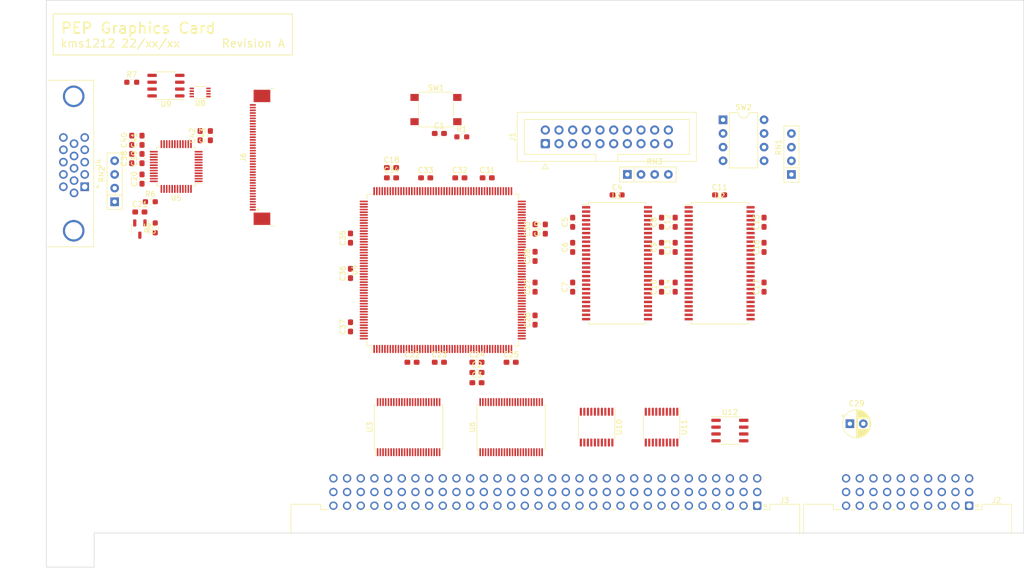
<source format=kicad_pcb>
(kicad_pcb (version 20221018) (generator pcbnew)
  (layers (0 "F.Cu" signal) (1 "In1.Cu" signal) (2 "In2.Cu" signal) (31 "B.Cu" signal) (34 "B.Paste" user) (35 "F.Paste" user) (36 "B.SilkS" user "B.Silkscreen") (37 "F.SilkS" user "F.Silkscreen") (38 "B.Mask" user) (39 "F.Mask" user) (44 "Edge.Cuts" user))
  (net 0 "")
  (net 1 "GND")
  (net 2 "+12V")
  (net 3 "+5VP")
  (net 4 "+5V")
  (net 5 "+3.3V")
  (net 6 "-12V")
  (net 7 "-5V")
  (net 8 "GNDA")
  (net 9 "/HSYNC")
  (net 10 "/VSYNC")
  (net 11 "/~{PSAVE}")
  (net 12 "/~{RST}")
  (net 13 "Net-(U4-VREF+)")
  (net 14 "Net-(C18-Pad1)")
  (net 15 "Net-(U5-COMP)")
  (net 16 "Net-(U5-Vref)")
  (net 17 "/~{TRST}")
  (net 18 "/TDI")
  (net 19 "/TMS")
  (net 20 "/TCK")
  (net 21 "Net-(J1-RTCK)")
  (net 22 "/TDO")
  (net 23 "/~{SRST}")
  (net 24 "Net-(J1-DBGRQ{slash}NC)")
  (net 25 "Net-(J1-DBGACK{slash}NC)")
  (net 27 "/~{IRQ}")
  (net 28 "/AD15")
  (net 29 "/AD14")
  (net 30 "/AD13")
  (net 31 "/AD12")
  (net 32 "/AD11")
  (net 33 "/AD10")
  (net 34 "/AD9")
  (net 35 "/AD8")
  (net 36 "/AD0")
  (net 37 "/AD1")
  (net 38 "/AD2")
  (net 39 "/AD3")
  (net 40 "/AD4")
  (net 41 "/AD5")
  (net 42 "/AD6")
  (net 43 "/AD7")
  (net 44 "/~{CERR}")
  (net 45 "/~{PERR}")
  (net 73 "/AD31")
  (net 74 "/AD30")
  (net 75 "/AD29")
  (net 76 "/AD28")
  (net 77 "/AD27")
  (net 78 "/AD26")
  (net 79 "/AD25")
  (net 80 "/AD24")
  (net 81 "/AD23")
  (net 82 "/AD22")
  (net 83 "/AD21")
  (net 84 "/AD20")
  (net 85 "/AD19")
  (net 86 "/AD18")
  (net 87 "/AD17")
  (net 88 "/AD16")
  (net 92 "/PARITY")
  (net 93 "/RED")
  (net 94 "/GREEN")
  (net 95 "/BLUE")
  (net 99 "/DDC_SDA")
  (net 100 "/DDC_SCL")
  (net 101 "Net-(U5-Rset)")
  (net 102 "Net-(U9-EN)")
  (net 103 "/BOOT0")
  (net 104 "/PDR_ON")
  (net 106 "/SDQ0")
  (net 107 "/SDQ1")
  (net 108 "/SDQ2")
  (net 109 "/SDQ3")
  (net 110 "/SDQ4")
  (net 111 "/SDQ5")
  (net 112 "/SDQ6")
  (net 113 "/SDQ7")
  (net 114 "/NBL0")
  (net 115 "/~{SDWE}")
  (net 116 "/~{SDCAS}")
  (net 117 "/~{SDRAS}")
  (net 118 "/~{SDEN0}")
  (net 119 "/BA0")
  (net 120 "/BA1")
  (net 121 "/DRA10")
  (net 122 "/DRA0")
  (net 123 "/DRA1")
  (net 124 "/DRA2")
  (net 125 "/DRA3")
  (net 126 "/DRA4")
  (net 127 "/DRA5")
  (net 128 "/DRA6")
  (net 129 "/DRA7")
  (net 130 "/DRA8")
  (net 131 "/DRA9")
  (net 132 "/DRA11")
  (net 133 "/DRA12")
  (net 134 "/SDCKE0")
  (net 135 "/SDCLK")
  (net 136 "/NBL1")
  (net 138 "/SDQ8")
  (net 139 "/SDQ9")
  (net 140 "/SDQ10")
  (net 141 "/SDQ11")
  (net 142 "/SDQ12")
  (net 143 "/SDQ13")
  (net 144 "/SDQ14")
  (net 145 "/SDQ15")
  (net 146 "/~{SDEN1}")
  (net 147 "/SDCKE1")
  (net 150 "/P_AD0")
  (net 151 "/P_AD1")
  (net 153 "/P_AD2")
  (net 154 "/P_AD3")
  (net 156 "/P_AD4")
  (net 157 "/P_AD5")
  (net 159 "/P_AD6")
  (net 160 "/P_AD7")
  (net 161 "/P_AD8")
  (net 162 "/P_AD9")
  (net 164 "/P_AD10")
  (net 165 "/P_AD11")
  (net 167 "/P_AD12")
  (net 168 "/P_AD13")
  (net 170 "/P_AD14")
  (net 171 "/P_AD15")
  (net 183 "/DISP_B0")
  (net 184 "/DISP_G0")
  (net 185 "/DISP_G1")
  (net 187 "/~{MRDY}")
  (net 190 "/DISP_VSYNC")
  (net 191 "/DISP_HSYNC")
  (net 192 "/DISP_G6")
  (net 195 "/DISP_PCLK")
  (net 200 "/DISP_DE")
  (net 201 "OSC_HSE")
  (net 205 "/DISP_R2")
  (net 206 "/DISP_R1")
  (net 207 "/DISP_R0")
  (net 209 "/DISP_G5")
  (net 211 "/DISP_B5")
  (net 213 "/DISP_R4")
  (net 214 "/DISP_G2")
  (net 218 "/DISP_R3")
  (net 219 "/DISP_R6")
  (net 221 "/DISP_R7")
  (net 224 "/DISP_R5")
  (net 225 "/DISP_G4")
  (net 226 "/~{CEN}")
  (net 227 "/OP0")
  (net 228 "/OP1")
  (net 229 "/OP2")
  (net 230 "/OP3")
  (net 236 "/DISP_G3")
  (net 238 "/DISP_G7")
  (net 243 "/~{INIT}")
  (net 244 "/~{DACK}")
  (net 245 "/DISP_B2")
  (net 246 "/DISP_B3")
  (net 248 "/DISP_B1")
  (net 251 "/~{DS}")
  (net 252 "/~{STOP}")
  (net 260 "/DISP_B4")
  (net 262 "/DISP_B6")
  (net 263 "/DISP_B7")
  (net 264 "/~{CRDY}")
  (net 267 "/P_AD16")
  (net 268 "/P_AD17")
  (net 270 "/P_AD18")
  (net 271 "/P_AD19")
  (net 273 "/P_AD20")
  (net 274 "/P_AD21")
  (net 276 "/P_AD22")
  (net 277 "/P_AD23")
  (net 278 "/P_AD24")
  (net 279 "/P_AD25")
  (net 281 "/P_AD26")
  (net 282 "/P_AD27")
  (net 284 "/P_AD28")
  (net 285 "/P_AD29")
  (net 287 "/P_AD30")
  (net 288 "/P_AD31")
  (net 299 "/DISP_SCL")
  (net 300 "/DISP_SDA")
  (net 304 "/~{P_DS}")
  (net 305 "/~{P_DACK}")
  (net 306 "/~{P_INIT}")
  (net 307 "/~{P_MRDY}")
  (net 308 "/~{P_CRDY}")
  (net 309 "/~{P_CEN}")
  (net 310 "/~{P_PERR}")
  (net 312 "/P_PARITY")
  (net 316 "/~{P_IRQ}")
  (net 317 "/~{P_RST}")
  (net 318 "/~{P_STOP}")
  (net 319 "/P_OP3")
  (net 320 "/P_OP2")
  (net 321 "/P_OP1")
  (net 323 "/P_OP0")
  (net 324 "/~{P_CERR}")
  (net 325 "/P_SDA")
  (net 326 "/P_SCL")
  (net 327 "/SCL")
  (net 328 "/SDA")
  (footprint "Package_SO:SO-8_3.9x4.9mm_P1.27mm" (layer "F.Cu") (at 168.91 86.36 180)
    (fp_text reference "U9")
    (fp_text value "PCA9306D")
  )
  (footprint "Capacitor_SMD:C_0603_1608Metric_Pad1.08x0.95mm_HandSolder" (layer "F.Cu") (at 219.71 137.795)
    (fp_text reference "C23")
    (fp_text value "100n")
  )
  (footprint "Button_Switch_SMD:SW_Push_1P1T_NO_6x6mm_H9.5mm" (layer "F.Cu") (at 219.075 90.805)
    (fp_text reference "SW1")
    (fp_text value "SW_SPST")
  )
  (footprint "Resistor_THT:R_Array_SIP4" (layer "F.Cu") (at 254.635 102.87)
    (fp_text reference "RN3")
    (fp_text value "10k")
  )
  (footprint "Resistor_SMD:R_0603_1608Metric_Pad0.98x0.95mm_HandSolder" (layer "F.Cu") (at 162.56 85.725)
    (fp_text reference "R7")
    (fp_text value "200k")
  )
  (footprint "Connector_DIN:DIN41612_C3_3x10_Male_Horizontal_THT" (layer "F.Cu") (at 318.135 164.465 180)
    (fp_text reference "J2")
    (fp_text value "PEP_Power_DIN41612_3x10")
  )
  (footprint "Capacitor_SMD:C_0603_1608Metric_Pad1.08x0.95mm_HandSolder" (layer "F.Cu") (at 210.82 101.6)
    (fp_text reference "C18")
    (fp_text value "200n")
  )
  (footprint "Package_TO_SOT_SMD:SOT-23-3" (layer "F.Cu") (at 164.065 113.03 -90)
    (fp_text reference "U7")
    (fp_text value "AD1580BRTZ-REEL7")
  )
  (footprint "Capacitor_SMD:C_0603_1608Metric_Pad1.08x0.95mm_HandSolder" (layer "F.Cu") (at 260.985 111.76 90)
    (fp_text reference "C8")
    (fp_text value "100n")
  )
  (footprint "Capacitor_SMD:C_0603_1608Metric_Pad1.08x0.95mm_HandSolder" (layer "F.Cu") (at 280.035 111.76 90)
    (fp_text reference "C15")
    (fp_text value "100n")
  )
  (footprint "Capacitor_SMD:C_0603_1608Metric_Pad1.08x0.95mm_HandSolder" (layer "F.Cu") (at 260.985 116.4325 90)
    (fp_text reference "C9")
    (fp_text value "100n")
  )
  (footprint "Capacitor_SMD:C_0603_1608Metric_Pad1.08x0.95mm_HandSolder" (layer "F.Cu") (at 228.6 103.505)
    (fp_text reference "C31")
    (fp_text value "100n")
  )
  (footprint "Capacitor_SMD:C_0603_1608Metric_Pad1.08x0.95mm_HandSolder" (layer "F.Cu") (at 210.82 103.505)
    (fp_text reference "C34")
    (fp_text value "100n")
  )
  (footprint "Capacitor_SMD:C_0603_1608Metric_Pad1.08x0.95mm_HandSolder" (layer "F.Cu") (at 263.525 116.4325 90)
    (fp_text reference "C13")
    (fp_text value "100n")
  )
  (footprint "Capacitor_SMD:C_0603_1608Metric_Pad1.08x0.95mm_HandSolder" (layer "F.Cu") (at 177.165 95.6575 90)
    (fp_text reference "C43")
    (fp_text value "10n")
  )
  (footprint "Resistor_THT:R_Array_SIP4" (layer "F.Cu") (at 159.385 107.95 90)
    (fp_text reference "RN2")
    (fp_text value "75")
  )
  (footprint "Capacitor_SMD:C_0603_1608Metric_Pad1.08x0.95mm_HandSolder" (layer "F.Cu") (at 226.695 137.795)
    (fp_text reference "C24")
    (fp_text value "100n")
  )
  (footprint "Connector_FFC-FPC:TE_4-1734839-0_1x40-1MP_P0.5mm_Horizontal" (layer "F.Cu") (at 186.4 99.695 90)
    (fp_text reference "J6")
    (fp_text value "Conn_01x40_MountingPin")
  )
  (footprint "Package_SO:SO-8_3.9x4.9mm_P1.27mm" (layer "F.Cu") (at 273.685 150.495)
    (fp_text reference "U12")
    (fp_text value "PCA9306D")
  )
  (footprint "Package_QFP:LQFP-48_7x7mm_P0.5mm" (layer "F.Cu") (at 170.815 101.4 180)
    (fp_text reference "U5")
    (fp_text value "ADV7123")
  )
  (footprint "Capacitor_SMD:C_0603_1608Metric_Pad1.08x0.95mm_HandSolder" (layer "F.Cu") (at 263.525 111.76 90)
    (fp_text reference "C12")
    (fp_text value "100n")
  )
  (footprint "Capacitor_SMD:C_0603_1608Metric_Pad1.08x0.95mm_HandSolder" (layer "F.Cu") (at 237.49 129.9475 90)
    (fp_text reference "C26")
    (fp_text value "100n")
  )
  (footprint "Package_DIP:DIP-8_W7.62mm" (layer "F.Cu") (at 272.415 92.71)
    (fp_text reference "SW2")
    (fp_text value "SW_DIP_x04")
  )
  (footprint "Capacitor_SMD:C_0603_1608Metric_Pad1.08x0.95mm_HandSolder" (layer "F.Cu") (at 203.2 114.7075 90)
    (fp_text reference "C35")
    (fp_text value "100n")
  )
  (footprint "Connector_IDC:IDC-Header_2x10_P2.54mm_Vertical" (layer "F.Cu") (at 239.395 97.155 90)
    (fp_text reference "J1")
    (fp_text value "Conn_ARM_JTAG_SWD_20")
  )
  (footprint "Package_SO:TSOP-II-54_22.2x10.16mm_P0.8mm" (layer "F.Cu") (at 271.78 119.38)
    (fp_text reference "U2")
    (fp_text value "MT48LC16M16A2P")
  )
  (footprint "Capacitor_SMD:C_0603_1608Metric_Pad1.08x0.95mm_HandSolder" (layer "F.Cu") (at 226.695 139.7)
    (fp_text reference "C2")
    (fp_text value "1u")
  )
  (footprint "Capacitor_SMD:C_0603_1608Metric_Pad1.08x0.95mm_HandSolder" (layer "F.Cu") (at 162.56 96.52 90)
    (fp_text reference "C40")
    (fp_text value "100n")
  )
  (footprint "Capacitor_SMD:C_0603_1608Metric_Pad1.08x0.95mm_HandSolder" (layer "F.Cu") (at 164.465 96.52 90)
    (fp_text reference "C41")
    (fp_text value "10n")
  )
  (footprint "Capacitor_SMD:C_0603_1608Metric_Pad1.08x0.95mm_HandSolder" (layer "F.Cu") (at 280.035 116.4325 90)
    (fp_text reference "C16")
    (fp_text value "100n")
  )
  (footprint "Capacitor_SMD:C_0603_1608Metric_Pad1.08x0.95mm_HandSolder" (layer "F.Cu") (at 219.71 95.25)
    (fp_text reference "C1")
    (fp_text value "100n")
  )
  (footprint "Capacitor_SMD:C_0603_1608Metric_Pad1.08x0.95mm_HandSolder" (layer "F.Cu") (at 223.52 103.505)
    (fp_text reference "C32")
    (fp_text value "100n")
  )
  (footprint "Capacitor_SMD:C_0603_1608Metric_Pad1.08x0.95mm_HandSolder" (layer "F.Cu") (at 175.26 95.6575 90)
    (fp_text reference "C42")
    (fp_text value "100n")
  )
  (footprint "Package_QFP:LQFP-208_28x28mm_P0.5mm" (layer "F.Cu") (at 220.345 120.65 90)
    (fp_text reference "U4")
    (fp_text value "STM32H743BITx")
  )
  (footprint "Capacitor_SMD:C_0603_1608Metric_Pad1.08x0.95mm_HandSolder" (layer "F.Cu") (at 260.985 123.825 90)
    (fp_text reference "C10")
    (fp_text value "100n")
  )
  (footprint "Package_SO:TSOP-II-54_22.2x10.16mm_P0.8mm" (layer "F.Cu") (at 252.73 119.38)
    (fp_text reference "U1")
    (fp_text value "MT48LC16M16A2P")
  )
  (footprint "Package_SO:TSSOP-20_4.4x6.5mm_P0.65mm" (layer "F.Cu") (at 248.92 149.86 -90)
    (fp_text reference "U10")
    (fp_text value "TXS0108EPW")
  )
  (footprint "Connector_DIN:DIN41612_C_3x32_Male_Horizontal_THT" (layer "F.Cu") (at 278.765 164.465 180)
    (fp_text reference "J3")
    (fp_text value "PEP_Data_DIN41612_3x32")
  )
  (footprint "Capacitor_SMD:C_0603_1608Metric_Pad1.08x0.95mm_HandSolder" (layer "F.Cu") (at 263.525 123.825 90)
    (fp_text reference "C14")
    (fp_text value "100n")
  )
  (footprint "Capacitor_SMD:C_0603_1608Metric_Pad1.08x0.95mm_HandSolder" (layer "F.Cu") (at 244.475 116.4325 90)
    (fp_text reference "C6")
    (fp_text value "100n")
  )
  (footprint "Capacitor_SMD:C_0603_1608Metric_Pad1.08x0.95mm_HandSolder" (layer "F.Cu") (at 164.465 99.9225 90)
    (fp_text reference "C39")
    (fp_text value "10n")
  )
  (footprint "Capacitor_SMD:C_0603_1608Metric_Pad1.08x0.95mm_HandSolder" (layer "F.Cu") (at 203.2 121.285 90)
    (fp_text reference "C36")
    (fp_text value "100n")
  )
  (footprint "Capacitor_THT:CP_Radial_D5.0mm_P2.50mm" (layer "F.Cu") (at 295.974888 149.225)
    (fp_text reference "C29")
    (fp_text value "4.7u")
  )
  (footprint "Capacitor_SMD:C_0603_1608Metric_Pad1.08x0.95mm_HandSolder" (layer "F.Cu") (at 164.065 109.855)
    (fp_text reference "C21")
    (fp_text value "1u")
  )
  (footprint "Capacitor_SMD:C_0603_1608Metric_Pad1.08x0.95mm_HandSolder" (layer "F.Cu") (at 237.49 123.825 90)
    (fp_text reference "C27")
    (fp_text value "100n")
  )
  (footprint "Package_SO:TSSOP-48_8x12.5mm_P0.5mm" (layer "F.Cu") (at 233.045 149.86 90)
    (fp_text reference "U6")
    (fp_text value "74ALVC164245DGG,51")
  )
  (footprint "Capacitor_SMD:C_0603_1608Metric_Pad1.08x0.95mm_HandSolder" (layer "F.Cu") (at 237.49 113.03 90)
    (fp_text reference "C30")
    (fp_text value "100n")
  )
  (footprint "Capacitor_SMD:C_0603_1608Metric_Pad1.08x0.95mm_HandSolder" (layer "F.Cu") (at 226.695 141.605)
    (fp_text reference "C3")
    (fp_text value "100n")
  )
  (footprint "Connector_Dsub:DSUB-15-HD_Female_Horizontal_P2.29x1.98mm_EdgePinOffset3.03mm_Housed_MountingHolesOffset4.94mm" (layer "F.Cu") (at 153.82 105.16 -90)
    (fp_text reference "J4")
    (fp_text value "DE15_Receptacle_HighDensity_MountingHoles")
  )
  (footprint "Capacitor_SMD:C_0603_1608Metric_Pad1.08x0.95mm_HandSolder" (layer "F.Cu") (at 244.475 123.825 90)
    (fp_text reference "C7")
    (fp_text value "100n")
  )
  (footprint "Capacitor_SMD:C_0603_1608Metric_Pad1.08x0.95mm_HandSolder" (layer "F.Cu") (at 233.045 137.795)
    (fp_text reference "C25")
    (fp_text value "100n")
  )
  (footprint "Capacitor_SMD:C_0603_1608Metric_Pad1.08x0.95mm_HandSolder" (layer "F.Cu") (at 252.73 106.68)
    (fp_text reference "C4")
    (fp_text value "100n")
  )
  (footprint "Capacitor_SMD:C_0603_1608Metric_Pad1.08x0.95mm_HandSolder" (layer "F.Cu") (at 203.2 131.2175 90)
    (fp_text reference "C37")
    (fp_text value "100n")
  )
  (footprint "Capacitor_SMD:C_0603_1608Metric_Pad1.08x0.95mm_HandSolder" (layer "F.Cu") (at 280.035 123.825 90)
    (fp_text reference "C17")
    (fp_text value "100n")
  )
  (footprint "Capacitor_SMD:C_0603_1608Metric_Pad1.08x0.95mm_HandSolder" (layer "F.Cu") (at 164.465 103.7325 90)
    (fp_text reference "C20")
    (fp_text value "100n")
  )
  (footprint "Package_SO:TSSOP-20_4.4x6.5mm_P0.65mm" (layer "F.Cu") (at 260.985 149.86 -90)
    (fp_text reference "U11")
    (fp_text value "TXS0108EPW")
  )
  (footprint "Resistor_THT:R_Array_SIP4" (layer "F.Cu") (at 285.115 102.885 90)
    (fp_text reference "RN1")
    (fp_text value "10k")
  )
  (footprint "Capacitor_SMD:C_0603_1608Metric_Pad1.08x0.95mm_HandSolder" (layer "F.Cu") (at 237.49 118.11 90)
    (fp_text reference "C28")
    (fp_text value "100n")
  )
  (footprint "Resistor_SMD:R_0603_1608Metric_Pad0.98x0.95mm_HandSolder" (layer "F.Cu") (at 223.8775 95.885)
    (fp_text reference "R1")
    (fp_text value "10k")
  )
  (footprint "Resistor_SMD:R_0603_1608Metric_Pad0.98x0.95mm_HandSolder" (layer "F.Cu") (at 166.925 112.805 90)
    (fp_text reference "R5")
    (fp_text value "1k")
  )
  (footprint "Package_SO:TSSOP-48_8x12.5mm_P0.5mm" (layer "F.Cu") (at 213.995 149.86 90)
    (fp_text reference "U3")
    (fp_text value "74ALVC164245DGG,51")
  )
  (footprint "Package_SO:VSSOP-8_2.3x2mm_P0.5mm" (layer "F.Cu") (at 175.26 87.63 180)
    (fp_text reference "U8")
    (fp_text value "74LVC2T45DC")
  )
  (footprint "Capacitor_SMD:C_0603_1608Metric_Pad1.08x0.95mm_HandSolder" (layer "F.Cu") (at 271.78 106.68)
    (fp_text reference "C11")
    (fp_text value "100n")
  )
  (footprint "Capacitor_SMD:C_0603_1608Metric_Pad1.08x0.95mm_HandSolder" (layer "F.Cu") (at 239.395 113.03 90)
    (fp_text reference "C19")
    (fp_text value "200n")
  )
  (footprint "Capacitor_SMD:C_0603_1608Metric_Pad1.08x0.95mm_HandSolder" (layer "F.Cu") (at 162.56 99.9225 90)
    (fp_text reference "C38")
    (fp_text value "100n")
  )
  (footprint "Capacitor_SMD:C_0603_1608Metric_Pad1.08x0.95mm_HandSolder" (layer "F.Cu") (at 244.475 111.76 90)
    (fp_text reference "C5")
    (fp_text value "100n")
  )
  (footprint "Capacitor_SMD:C_0603_1608Metric_Pad1.08x0.95mm_HandSolder" (layer "F.Cu") (at 214.63 137.795)
    (fp_text reference "C22")
    (fp_text value "100n")
  )
  (footprint "Resistor_SMD:R_0603_1608Metric_Pad0.98x0.95mm_HandSolder" (layer "F.Cu") (at 166.0125 107.95)
    (fp_text reference "R6")
    (fp_text value "560")
  )
  (footprint "Capacitor_SMD:C_0603_1608Metric_Pad1.08x0.95mm_HandSolder" (layer "F.Cu") (at 217.17 103.505)
    (fp_text reference "C33")
    (fp_text value "100n")
  )
  (gr_rect (start 147.955 73.025) (end 192.405 80.645) (stroke (width 0.15)) (fill none) (layer "F.SilkS"))
  (gr_poly (pts (xy 155.575 169.545) (xy 155.575 175.895) (xy 146.685 175.895) (xy 146.685 70.485) (xy 328.295 70.485) (xy 328.295 169.545)) (stroke (width 0.1)) (fill none) (layer "Edge.Cuts"))
  (gr_text "PEP Graphics Card" (at 149.225 76.835) (layer "F.SilkS") (effects (font (size 2 2) (thickness 0.3)) (justify left bottom)))
  (gr_text "kms1212 22/xx/xx" (at 149.225 79.375) (layer "F.SilkS") (effects (font (size 1.5 1.5) (thickness 0.2)) (justify left bottom)))
  (gr_text "Revision A" (at 191.135 79.375) (layer "F.SilkS") (effects (font (size 1.5 1.5) (thickness 0.2) bold) (justify right bottom)))
)
</source>
